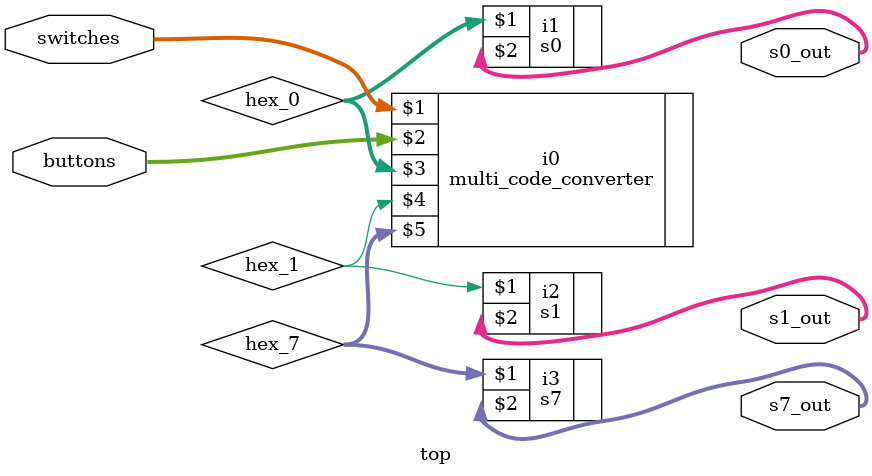
<source format=v>
module top(buttons, switches, s7_out, s1_out, s0_out);
  input [3:0] switches;
  input [2:0] buttons;

  output reg [6:0] s7_out, s1_out, s0_out;

  reg [3:0] hex_0;
  reg hex_1;
  reg [1:0] hex_7;

  multi_code_converter i0(switches, buttons, hex_0, hex_1, hex_7);
  s0 i1(hex_0, s0_out);
  s1 i2(hex_1, s1_out);
  s7 i3(hex_7, s7_out);

endmodule

</source>
